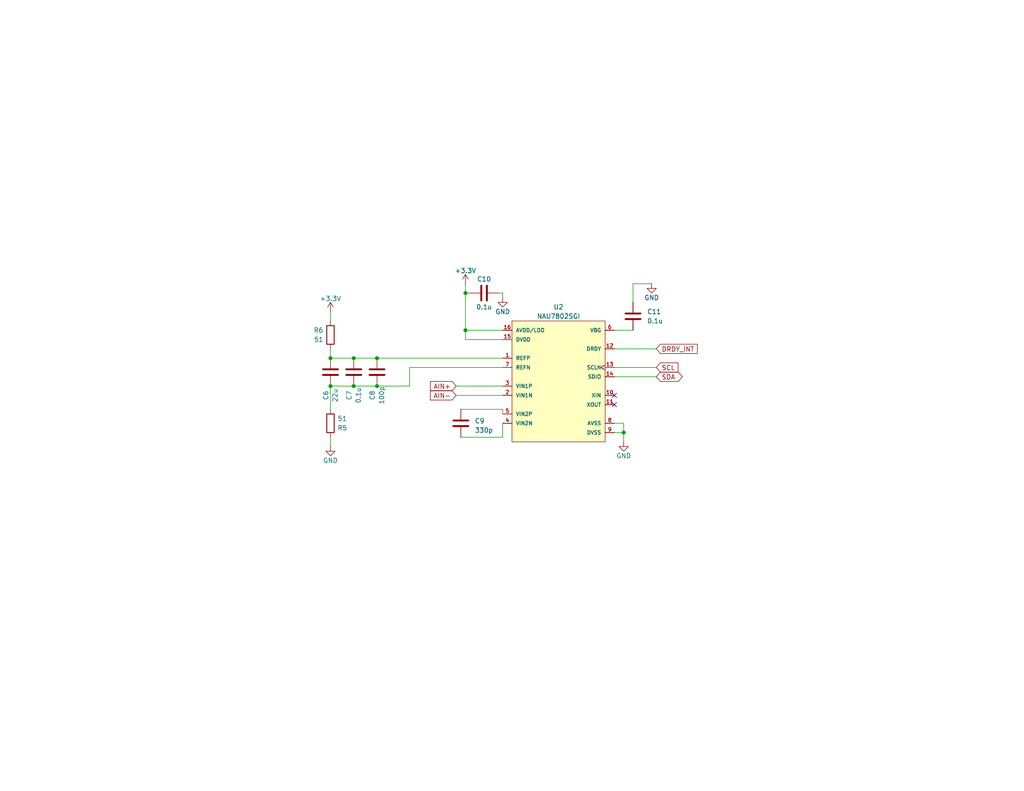
<source format=kicad_sch>
(kicad_sch (version 20250114) (generator "eeschema") (generator_version "9.0")
  (paper "A")
  (title_block (title "Development Board") (date "2025-05-14") (rev "2.3.1B") (company "Plastic Scanner"))
  (lib_symbols
    (symbol "Device:C" (pin_numbers (hide yes)) (pin_names (offset 0.254))
      (property "Reference" "C" (at 0.635 2.54 0))
      (property "Value" "C" (at 0.635 -2.54 0))
      (symbol "C_0_1"
        (polyline (pts (xy -2.032 0.762) (xy 2.032 0.762)) (stroke (width 0.508)))
        (polyline (pts (xy -2.032 -0.762) (xy 2.032 -0.762)) (stroke (width 0.508)))
      )
      (symbol "C_1_1"
        (pin passive line (at 0 3.81 270) (length 2.794) (name "~") (number "1"))
        (pin passive line (at 0 -3.81 90) (length 2.794) (name "~") (number "2"))
      )
    )
    (symbol "Device:R" (pin_numbers (hide yes)) (pin_names (offset 0))
      (property "Reference" "R" (at 2.032 0 90))
      (property "Value" "R" (at 0 0 90))
      (symbol "R_0_1"
        (rectangle (start -1.016 -2.54) (end 1.016 2.54) (stroke (width 0.254)))
      )
      (symbol "R_1_1"
        (pin passive line (at 0 3.81 270) (length 1.27) (name "~") (number "1"))
        (pin passive line (at 0 -3.81 90) (length 1.27) (name "~") (number "2"))
      )
    )
    (symbol "NAU7802:NAU7802SGI" (pin_names (offset 1.016))
      (property "Reference" "U" (at 0 5.08 0))
      (property "Value" "NAU7802SGI" (at 0 7.62 0))
      (symbol "NAU7802SGI_1_1"
        (rectangle (start 5.08 2.54) (end 30.48 -30.48) (fill (type background)))
        (pin power_in line (at 2.54 0 0) (length 2.54) (name "AVDD/LDO") (number "16"))
        (pin power_in line (at 2.54 -2.54 0) (length 2.54) (name "DVDD") (number "15"))
        (pin input line (at 2.54 -7.62 0) (length 2.54) (name "REFP") (number "1"))
        (pin input line (at 2.54 -10.16 0) (length 2.54) (name "REFN") (number "7"))
        (pin input line (at 2.54 -15.24 0) (length 2.54) (name "VIN1P") (number "3"))
        (pin input line (at 2.54 -17.78 0) (length 2.54) (name "VIN1N") (number "2"))
        (pin input line (at 2.54 -22.86 0) (length 2.54) (name "VIN2P") (number "5"))
        (pin input line (at 2.54 -25.4 0) (length 2.54) (name "VIN2N") (number "4"))
        (pin output line (at 33.02 0 180) (length 2.54) (name "VBG") (number "6"))
        (pin output line (at 33.02 -5.08 180) (length 2.54) (name "DRDY") (number "12"))
        (pin input clock (at 33.02 -10.16 180) (length 2.54) (name "SCLK") (number "13"))
        (pin bidirectional line (at 33.02 -12.7 180) (length 2.54) (name "SDIO") (number "14"))
        (pin input line (at 33.02 -17.78 180) (length 2.54) (name "XIN") (number "10"))
        (pin output line (at 33.02 -20.32 180) (length 2.54) (name "XOUT") (number "11"))
        (pin power_in line (at 33.02 -25.4 180) (length 2.54) (name "AVSS") (number "8"))
        (pin power_in line (at 33.02 -27.94 180) (length 2.54) (name "DVSS") (number "9"))
      )
    )
    (symbol "power:+3.3V" (power) (pin_numbers (hide yes)) (pin_names (offset 0) (hide yes))
      (property "Value" "+3.3V" (at 0 3.556 0))
      (symbol "+3.3V_0_1"
        (polyline (pts (xy -0.762 1.27) (xy 0 2.54)))
        (polyline (pts (xy 0 2.54) (xy 0.762 1.27)))
        (polyline (pts (xy 0 0) (xy 0 2.54)))
      )
      (symbol "+3.3V_1_1"
        (pin power_in line (at 0 0 90) (length 0) (name "~") (number "1"))
      )
    )
    (symbol "power:GND" (power) (pin_numbers (hide yes)) (pin_names (offset 0) (hide yes))
      (property "Value" "GND" (at 0 -3.81 0))
      (symbol "GND_0_1"
        (polyline (pts (xy 0 0) (xy 0 -1.27) (xy 1.27 -1.27) (xy 0 -2.54) (xy -1.27 -1.27) (xy 0 -1.27)))
      )
      (symbol "GND_1_1"
        (pin power_in line (at 0 0 270) (length 0) (name "~") (number "1"))
      )
    )
  )
  (bus_alias "BUS1" (members "CLK" "MOSI" "MISO" "CS"))
  (junction (at 102.87 105.41))
  (junction (at 90.17 105.41))
  (junction (at 102.87 97.79))
  (junction (at 127 90.17))
  (junction (at 170.18 118.11))
  (junction (at 96.52 97.79))
  (junction (at 90.17 97.79))
  (junction (at 96.52 105.41))
  (junction (at 127 80.01))
  (no_connect (at 167.64 110.49))
  (no_connect (at 167.64 107.95))
  (wire (pts (xy 127 90.17) (xy 137.16 90.17)))
  (wire (pts (xy 167.64 90.17) (xy 172.72 90.17)))
  (wire (pts (xy 167.64 118.11) (xy 170.18 118.11)))
  (wire (pts (xy 102.87 97.79) (xy 137.16 97.79)))
  (wire (pts (xy 90.17 119.38) (xy 90.17 121.92)))
  (wire (pts (xy 111.76 105.41) (xy 111.76 100.33)))
  (wire (pts (xy 125.73 119.38) (xy 137.16 119.38)))
  (wire (pts (xy 96.52 105.41) (xy 102.87 105.41)))
  (wire (pts (xy 124.46 107.95) (xy 137.16 107.95)))
  (wire (pts (xy 125.73 111.76) (xy 137.16 111.76)))
  (wire (pts (xy 111.76 105.41) (xy 102.87 105.41)))
  (wire (pts (xy 90.17 111.76) (xy 90.17 105.41)))
  (wire (pts (xy 170.18 115.57) (xy 170.18 118.11)))
  (wire (pts (xy 127 90.17) (xy 127 92.71)))
  (wire (pts (xy 90.17 105.41) (xy 96.52 105.41)))
  (wire (pts (xy 137.16 100.33) (xy 111.76 100.33)))
  (wire (pts (xy 135.89 80.01) (xy 137.16 80.01)))
  (wire (pts (xy 90.17 85.09) (xy 90.17 87.63)))
  (wire (pts (xy 172.72 77.47) (xy 172.72 82.55)))
  (wire (pts (xy 177.8 77.47) (xy 172.72 77.47)))
  (wire (pts (xy 167.64 102.87) (xy 179.07 102.87)))
  (wire (pts (xy 127 80.01) (xy 127 90.17)))
  (wire (pts (xy 167.64 95.25) (xy 179.07 95.25)))
  (wire (pts (xy 90.17 97.79) (xy 96.52 97.79)))
  (wire (pts (xy 137.16 111.76) (xy 137.16 113.03)))
  (wire (pts (xy 96.52 97.79) (xy 102.87 97.79)))
  (wire (pts (xy 124.46 105.41) (xy 137.16 105.41)))
  (wire (pts (xy 167.64 100.33) (xy 179.07 100.33)))
  (wire (pts (xy 137.16 119.38) (xy 137.16 115.57)))
  (wire (pts (xy 90.17 95.25) (xy 90.17 97.79)))
  (wire (pts (xy 127 77.47) (xy 127 80.01)))
  (wire (pts (xy 167.64 115.57) (xy 170.18 115.57)))
  (wire (pts (xy 170.18 118.11) (xy 170.18 120.65)))
  (wire (pts (xy 128.27 80.01) (xy 127 80.01)))
  (wire (pts (xy 137.16 80.01) (xy 137.16 81.28)))
  (wire (pts (xy 127 92.71) (xy 137.16 92.71)))
  (global_label "SCL" (shape input) (at 179.07 100.33 0) (property "Intersheetrefs" "${INTERSHEET_REFS}" (effects (hide yes))))
  (global_label "SDA" (shape bidirectional) (at 179.07 102.87 0) (property "Intersheetrefs" "${INTERSHEET_REFS}" (effects (hide yes))))
  (global_label "AIN-" (shape input) (at 124.46 107.95 180) (property "Intersheetrefs" "${INTERSHEET_REFS}" (effects (hide yes))))
  (global_label "AIN+" (shape input) (at 124.46 105.41 180) (property "Intersheetrefs" "${INTERSHEET_REFS}" (effects (hide yes))))
  (global_label "DRDY_INT" (shape input) (at 179.07 95.25 0) (property "Intersheetrefs" "${INTERSHEET_REFS}" (effects (hide yes))))
  (symbol (lib_id "power:GND") (at 90.17 121.92 0) (mirror y) (unit 1)
    (property "Reference" "#PWR5" (effects (hide yes)))
    (property "Value" "GND" (at 90.17 125.73 0))
    (property "Description" "Power symbol creates a global label with name \"GND\" , ground" (effects (hide yes)))
  )
  (symbol (lib_id "power:GND") (at 177.8 77.47 0) (mirror y) (unit 1)
    (property "Reference" "#PWR8" (effects (hide yes)))
    (property "Value" "GND" (at 177.8 81.28 0))
    (property "Description" "Power symbol creates a global label with name \"GND\" , ground" (effects (hide yes)))
  )
  (symbol (lib_id "Device:C") (at 96.52 101.6 180) (unit 1)
    (property "Reference" "C7" (at 95.25 107.95 90))
    (property "Value" "0.1u" (at 97.79 107.95 90))
    (property "Footprint" "Capacitor_SMD:C_0805_2012Metric_Pad1.18x1.45mm_HandSolder" (effects (hide yes)))
  )
  (symbol (lib_id "Device:C") (at 90.17 101.6 180) (unit 1)
    (property "Reference" "C6" (at 88.9 107.95 90))
    (property "Value" "22u" (at 91.44 107.95 90))
    (property "Footprint" "Capacitor_SMD:C_0805_2012Metric_Pad1.18x1.45mm_HandSolder" (effects (hide yes)))
  )
  (symbol (lib_id "power:GND") (at 170.18 120.65 0) (unit 1)
    (property "Reference" "#PWR9" (effects (hide yes)))
    (property "Value" "GND" (at 170.18 124.46 0))
    (property "Description" "Power symbol creates a global label with name \"GND\" , ground" (effects (hide yes)))
  )
  (symbol (lib_id "Device:C") (at 172.72 86.36 0) (unit 1)
    (property "Reference" "C11" (at 176.53 85.0899 0) (effects (justify left)))
    (property "Value" "0.1u" (at 176.53 87.6299 0) (effects (justify left)))
    (property "Footprint" "Capacitor_SMD:C_0805_2012Metric_Pad1.18x1.45mm_HandSolder" (effects (hide yes)))
  )
  (symbol (lib_id "NAU7802:NAU7802SGI") (at 134.62 90.17 0) (unit 1)
    (property "Reference" "U2" (at 152.4 83.82 0))
    (property "Value" "NAU7802SGI" (at 152.4 86.36 0))
    (property "Footprint" "IC_Nuvoton_NAU7802SGI:Nuvoton-NAU7802SGI-0-0-0" (effects (hide yes)))
    (property "Datasheet" "http://www.nuvoton.com/resource-files/NAU7802%20Data%20Sheet%20V1.7.pdf" (effects (hide yes)))
    (property "ambient temperature range high" "+85°C" (effects (hide yes)))
    (property "ambient temperature range low" "-40°C" (effects (hide yes)))
    (property "category" "IC" (effects (hide yes)))
    (property "data polarity" "Bipolar" (effects (hide yes)))
    (property "device class L1" "Integrated Circuits (ICs)" (effects (hide yes)))
    (property "device class L2" "Data Converter ICs" (effects (hide yes)))
    (property "device class L3" "Analog to Digital Converters (ADCs)" (effects (hide yes)))
    (property "digikey description" "IC ADC 24BIT I2C/SRL 16-SOP" (effects (hide yes)))
    (property "digikey part number" "NAU7802SGI-ND" (effects (hide yes)))
    (property "height" "1.75mm" (effects (hide yes)))
    (property "interface" "I2C,2-Wire" (effects (hide yes)))
    (property "ipc land pattern name" "SOIC127P600X155-16" (effects (hide yes)))
    (property "lead free" "yes" (effects (hide yes)))
    (property "library id" "633e3c39f43f75df" (effects (hide yes)))
    (property "manufacturer" "Nuvoton" (effects (hide yes)))
    (property "max supply voltage" "5.5V" (effects (hide yes)))
    (property "min supply voltage" "2.7V" (effects (hide yes)))
    (property "nominal supply current" "2-2.1mA" (effects (hide yes)))
    (property "number of channels" "2" (effects (hide yes)))
    (property "number of converters" "2" (effects (hide yes)))
    (property "package" "SOP16" (effects (hide yes)))
    (property "resolution" "24b" (effects (hide yes)))
    (property "rohs" "yes" (effects (hide yes)))
    (property "sampling rate" "320bps" (effects (hide yes)))
    (property "standoff height" "0.1mm" (effects (hide yes)))
    (property "temperature range high" "+85°C" (effects (hide yes)))
    (property "temperature range low" "-40°C" (effects (hide yes)))
  )
  (symbol (lib_id "Device:R") (at 90.17 115.57 0) (mirror y) (unit 1)
    (property "Reference" "R5" (at 92.075 116.8401 0) (effects (justify right)))
    (property "Value" "51" (at 92.075 114.3001 0) (effects (justify right)))
    (property "Footprint" "Resistor_SMD:R_0805_2012Metric_Pad1.20x1.40mm_HandSolder" (effects (hide yes)))
  )
  (symbol (lib_id "power:GND") (at 137.16 81.28 0) (unit 1)
    (property "Reference" "#PWR7" (effects (hide yes)))
    (property "Value" "GND" (at 137.16 85.09 0))
    (property "Description" "Power symbol creates a global label with name \"GND\" , ground" (effects (hide yes)))
  )
  (symbol (lib_id "Device:C") (at 102.87 101.6 180) (unit 1)
    (property "Reference" "C8" (at 101.6 107.95 90))
    (property "Value" "100p" (at 104.14 107.95 90))
    (property "Footprint" "Capacitor_SMD:C_0805_2012Metric_Pad1.18x1.45mm_HandSolder" (effects (hide yes)))
  )
  (symbol (lib_id "Device:C") (at 125.73 115.57 0) (unit 1)
    (property "Reference" "C9" (at 129.54 114.935 0) (effects (justify left)))
    (property "Value" "330p" (at 129.54 117.475 0) (effects (justify left)))
    (property "Footprint" "Capacitor_SMD:C_0805_2012Metric_Pad1.18x1.45mm_HandSolder" (effects (hide yes)))
  )
  (symbol (lib_id "power:+3.3V") (at 90.17 85.09 0) (unit 1)
    (property "Reference" "#PWR20" (effects (hide yes)))
    (property "Value" "+3.3V" (at 90.17 81.534 0))
    (property "Description" "Power symbol creates a global label with name \"+3.3V\"" (effects (hide yes)))
  )
  (symbol (lib_id "power:+3.3V") (at 127 77.47 0) (unit 1)
    (property "Reference" "#PWR6" (effects (hide yes)))
    (property "Value" "+3.3V" (at 127 73.914 0))
    (property "Description" "Power symbol creates a global label with name \"+3.3V\"" (effects (hide yes)))
  )
  (symbol (lib_id "Device:R") (at 90.17 91.44 0) (mirror x) (unit 1)
    (property "Reference" "R6" (at 88.265 90.1699 0) (effects (justify right)))
    (property "Value" "51" (at 88.265 92.7099 0) (effects (justify right)))
    (property "Footprint" "Resistor_SMD:R_0805_2012Metric_Pad1.20x1.40mm_HandSolder" (effects (hide yes)))
  )
  (symbol (lib_id "Device:C") (at 132.08 80.01 90) (unit 1)
    (property "Reference" "C10" (at 132.08 76.2 90))
    (property "Value" "0.1u" (at 132.08 83.82 90))
    (property "Footprint" "Capacitor_SMD:C_0805_2012Metric_Pad1.18x1.45mm_HandSolder" (effects (hide yes)))
  )
)
</source>
